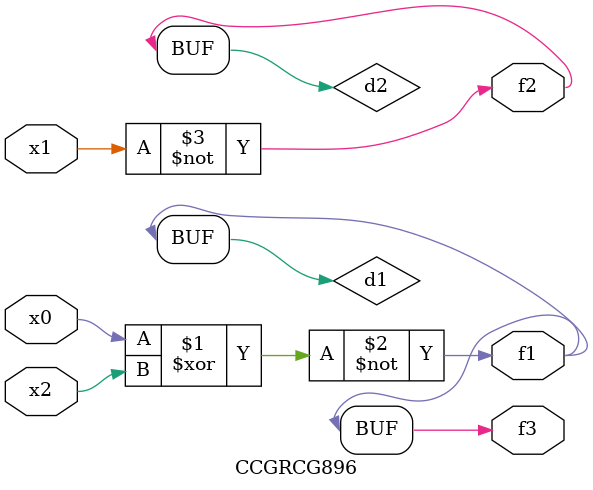
<source format=v>
module CCGRCG896(
	input x0, x1, x2,
	output f1, f2, f3
);

	wire d1, d2, d3;

	xnor (d1, x0, x2);
	nand (d2, x1);
	nor (d3, x1, x2);
	assign f1 = d1;
	assign f2 = d2;
	assign f3 = d1;
endmodule

</source>
